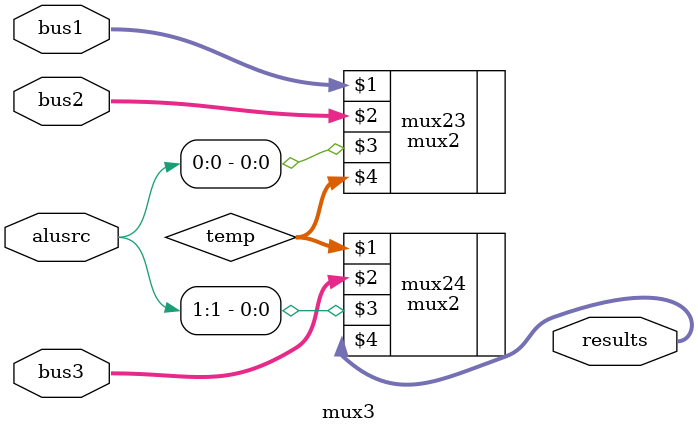
<source format=v>
module mux3(bus1,bus2,bus3,alusrc,results);
	input [31:0] bus1,bus2,bus3;
	input [1:0] alusrc;
	output [31:0] results;
	wire [31:0] temp;
	mux2 #(32) mux23 (bus1,bus2,alusrc[0],temp);
	mux2 #(32) mux24 (temp,bus3,alusrc[1],results);
endmodule


</source>
